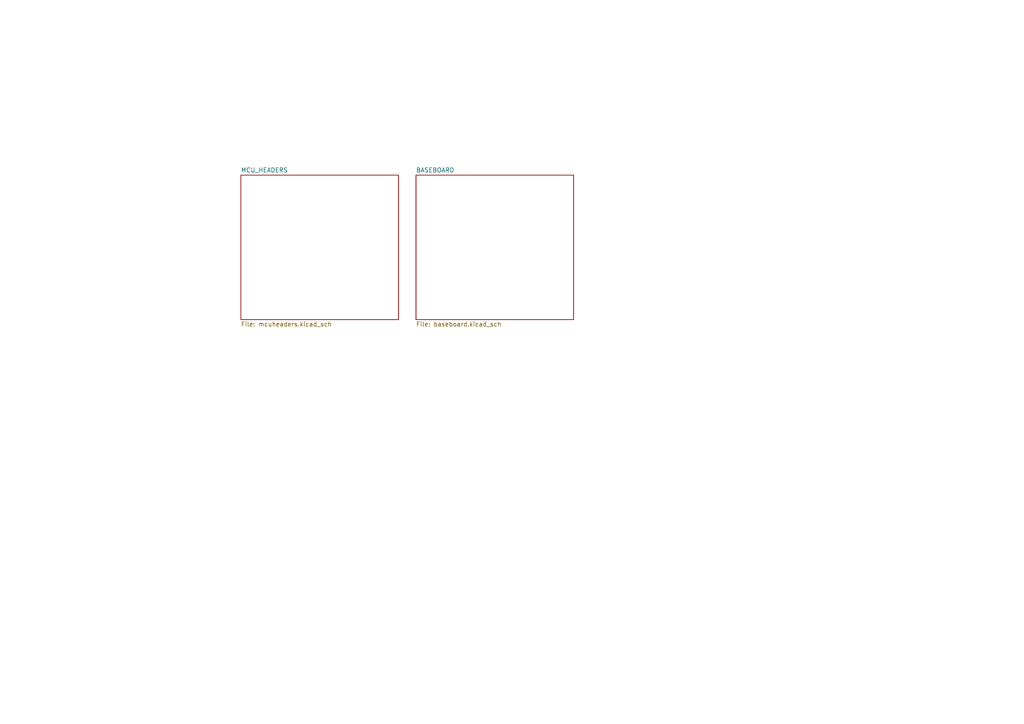
<source format=kicad_sch>
(kicad_sch
	(version 20250114)
	(generator "eeschema")
	(generator_version "9.0")
	(uuid "1c72d2eb-7fb1-49fe-a026-e817f5a7ec43")
	(paper "A4")
	(lib_symbols)
	(sheet
		(at 120.65 50.8)
		(size 45.72 41.91)
		(exclude_from_sim no)
		(in_bom yes)
		(on_board yes)
		(dnp no)
		(fields_autoplaced yes)
		(stroke
			(width 0.1524)
			(type solid)
		)
		(fill
			(color 0 0 0 0.0000)
		)
		(uuid "16aff487-3924-4be3-b176-d1fab0e3868e")
		(property "Sheetname" "BASEBOARD"
			(at 120.65 50.0884 0)
			(effects
				(font
					(size 1.27 1.27)
				)
				(justify left bottom)
			)
		)
		(property "Sheetfile" "baseboard.kicad_sch"
			(at 120.65 93.2946 0)
			(effects
				(font
					(size 1.27 1.27)
				)
				(justify left top)
			)
		)
		(instances
			(project "EggClassifier"
				(path "/1c72d2eb-7fb1-49fe-a026-e817f5a7ec43"
					(page "3")
				)
			)
		)
	)
	(sheet
		(at 69.85 50.8)
		(size 45.72 41.91)
		(exclude_from_sim no)
		(in_bom yes)
		(on_board yes)
		(dnp no)
		(fields_autoplaced yes)
		(stroke
			(width 0.1524)
			(type solid)
		)
		(fill
			(color 0 0 0 0.0000)
		)
		(uuid "a876cc3c-46f3-4b62-bd95-490c4538aae6")
		(property "Sheetname" "MCU_HEADERS"
			(at 69.85 50.0884 0)
			(effects
				(font
					(size 1.27 1.27)
				)
				(justify left bottom)
			)
		)
		(property "Sheetfile" "mcuheaders.kicad_sch"
			(at 69.85 93.2946 0)
			(effects
				(font
					(size 1.27 1.27)
				)
				(justify left top)
			)
		)
		(instances
			(project "EggClassifier"
				(path "/1c72d2eb-7fb1-49fe-a026-e817f5a7ec43"
					(page "2")
				)
			)
		)
	)
	(sheet_instances
		(path "/"
			(page "1")
		)
	)
	(embedded_fonts no)
)

</source>
